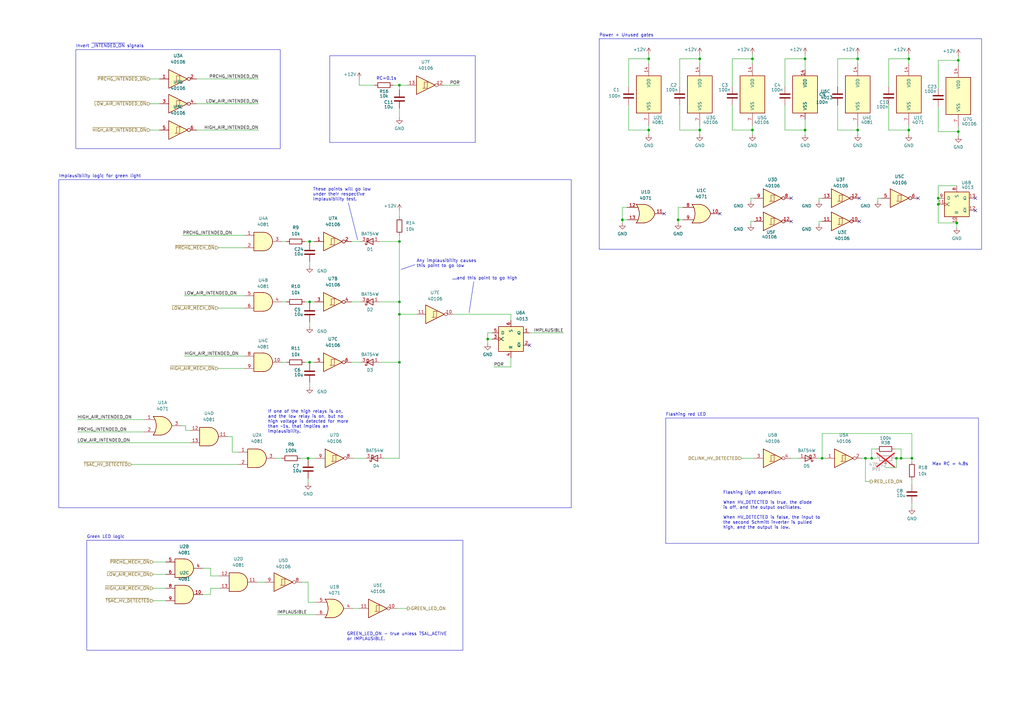
<source format=kicad_sch>
(kicad_sch (version 20230121) (generator eeschema)
  (paper "A3")
  (title_block (title "HV Sense") (date "2023-05-11") (rev "1.1.1") (company "SUFST - Southampton University Formula Student Team") (comment 1 "STAG 9") (comment 3 "Marek Frodyma"))
  (lib_symbols
    (symbol "4xxx:40106" (pin_names (offset 1.016))
      (property "Reference" "U" (at 0 1.27 0))
      (property "Value" "40106" (at 0 -1.27 0))
      (symbol "40106_1_0"
        (pin input line (at -7.62 0 0) (length 3.81) (name "~") (number "1"))
        (pin output inverted (at 7.62 0 180) (length 3.81) (name "~") (number "2"))
      )
      (symbol "40106_2_0"
        (pin input line (at -7.62 0 0) (length 3.81) (name "~") (number "3"))
        (pin output inverted (at 7.62 0 180) (length 3.81) (name "~") (number "4"))
      )
      (symbol "40106_3_0"
        (pin input line (at -7.62 0 0) (length 3.81) (name "~") (number "5"))
        (pin output inverted (at 7.62 0 180) (length 3.81) (name "~") (number "6"))
      )
      (symbol "40106_4_0"
        (pin output inverted (at 7.62 0 180) (length 3.81) (name "~") (number "8"))
        (pin input line (at -7.62 0 0) (length 3.81) (name "~") (number "9"))
      )
      (symbol "40106_5_0"
        (pin output inverted (at 7.62 0 180) (length 3.81) (name "~") (number "10"))
        (pin input line (at -7.62 0 0) (length 3.81) (name "~") (number "11"))
      )
      (symbol "40106_6_0"
        (pin output inverted (at 7.62 0 180) (length 3.81) (name "~") (number "12"))
        (pin input line (at -7.62 0 0) (length 3.81) (name "~") (number "13"))
      )
      (symbol "40106_7_0"
        (pin power_in line (at 0 12.7 270) (length 5.08) (name "VDD") (number "14"))
        (pin power_in line (at 0 -12.7 90) (length 5.08) (name "VSS") (number "7"))
      )
    )
    (symbol "4xxx:4013" (pin_names (offset 1.016))
      (property "Reference" "U" (at -7.62 8.89 0))
      (property "Value" "4013" (at -7.62 -8.89 0))
      (symbol "4013_1_1"
        (pin output line (at 7.62 2.54 180) (length 2.54) (name "Q") (number "1"))
        (pin output line (at 7.62 -2.54 180) (length 2.54) (name "~{Q}") (number "2"))
        (pin input clock (at -7.62 0 0) (length 2.54) (name "C") (number "3"))
        (pin input line (at 0 -7.62 90) (length 2.54) (name "R") (number "4"))
        (pin input line (at -7.62 2.54 0) (length 2.54) (name "D") (number "5"))
        (pin input line (at 0 7.62 270) (length 2.54) (name "S") (number "6"))
      )
      (symbol "4013_2_1"
        (pin input line (at 0 -7.62 90) (length 2.54) (name "R") (number "10"))
        (pin input clock (at -7.62 0 0) (length 2.54) (name "C") (number "11"))
        (pin output line (at 7.62 -2.54 180) (length 2.54) (name "~{Q}") (number "12"))
        (pin output line (at 7.62 2.54 180) (length 2.54) (name "Q") (number "13"))
        (pin input line (at 0 7.62 270) (length 2.54) (name "S") (number "8"))
        (pin input line (at -7.62 2.54 0) (length 2.54) (name "D") (number "9"))
      )
      (symbol "4013_3_0"
        (pin power_in line (at 0 10.16 270) (length 2.54) (name "VDD") (number "14"))
        (pin power_in line (at 0 -10.16 90) (length 2.54) (name "VSS") (number "7"))
      )
    )
    (symbol "4xxx:4071" (pin_names (offset 1.016))
      (property "Reference" "U" (at 0 1.27 0))
      (property "Value" "4071" (at 0 -1.27 0))
      (symbol "4071_1_1"
        (pin input line (at -7.62 2.54 0) (length 4.318) (name "~") (number "1"))
        (pin input line (at -7.62 -2.54 0) (length 4.318) (name "~") (number "2"))
        (pin output line (at 7.62 0 180) (length 3.81) (name "~") (number "3"))
      )
      (symbol "4071_1_2"
        (pin input inverted (at -7.62 2.54 0) (length 3.81) (name "~") (number "1"))
        (pin input inverted (at -7.62 -2.54 0) (length 3.81) (name "~") (number "2"))
        (pin output inverted (at 7.62 0 180) (length 3.81) (name "~") (number "3"))
      )
      (symbol "4071_2_1"
        (pin output line (at 7.62 0 180) (length 3.81) (name "~") (number "4"))
        (pin input line (at -7.62 2.54 0) (length 4.318) (name "~") (number "5"))
        (pin input line (at -7.62 -2.54 0) (length 4.318) (name "~") (number "6"))
      )
      (symbol "4071_2_2"
        (pin output inverted (at 7.62 0 180) (length 3.81) (name "~") (number "4"))
        (pin input inverted (at -7.62 2.54 0) (length 3.81) (name "~") (number "5"))
        (pin input inverted (at -7.62 -2.54 0) (length 3.81) (name "~") (number "6"))
      )
      (symbol "4071_3_1"
        (pin output line (at 7.62 0 180) (length 3.81) (name "~") (number "10"))
        (pin input line (at -7.62 2.54 0) (length 4.318) (name "~") (number "8"))
        (pin input line (at -7.62 -2.54 0) (length 4.318) (name "~") (number "9"))
      )
      (symbol "4071_3_2"
        (pin output inverted (at 7.62 0 180) (length 3.81) (name "~") (number "10"))
        (pin input inverted (at -7.62 2.54 0) (length 3.81) (name "~") (number "8"))
        (pin input inverted (at -7.62 -2.54 0) (length 3.81) (name "~") (number "9"))
      )
      (symbol "4071_4_1"
        (pin output line (at 7.62 0 180) (length 3.81) (name "~") (number "11"))
        (pin input line (at -7.62 2.54 0) (length 4.318) (name "~") (number "12"))
        (pin input line (at -7.62 -2.54 0) (length 4.318) (name "~") (number "13"))
      )
      (symbol "4071_4_2"
        (pin output inverted (at 7.62 0 180) (length 3.81) (name "~") (number "11"))
        (pin input inverted (at -7.62 2.54 0) (length 3.81) (name "~") (number "12"))
        (pin input inverted (at -7.62 -2.54 0) (length 3.81) (name "~") (number "13"))
      )
      (symbol "4071_5_0"
        (pin power_in line (at 0 12.7 270) (length 5.08) (name "VDD") (number "14"))
        (pin power_in line (at 0 -12.7 90) (length 5.08) (name "VSS") (number "7"))
      )
    )
    (symbol "4xxx:4081" (pin_names (offset 1.016))
      (property "Reference" "U" (at 0 1.27 0))
      (property "Value" "4081" (at 0 -1.27 0))
      (symbol "4081_1_1"
        (pin input line (at -7.62 2.54 0) (length 3.81) (name "~") (number "1"))
        (pin input line (at -7.62 -2.54 0) (length 3.81) (name "~") (number "2"))
        (pin output line (at 7.62 0 180) (length 3.81) (name "~") (number "3"))
      )
      (symbol "4081_1_2"
        (pin input inverted (at -7.62 2.54 0) (length 4.318) (name "~") (number "1"))
        (pin input inverted (at -7.62 -2.54 0) (length 4.318) (name "~") (number "2"))
        (pin output inverted (at 7.62 0 180) (length 3.81) (name "~") (number "3"))
      )
      (symbol "4081_2_1"
        (pin output line (at 7.62 0 180) (length 3.81) (name "~") (number "4"))
        (pin input line (at -7.62 2.54 0) (length 3.81) (name "~") (number "5"))
        (pin input line (at -7.62 -2.54 0) (length 3.81) (name "~") (number "6"))
      )
      (symbol "4081_2_2"
        (pin output inverted (at 7.62 0 180) (length 3.81) (name "~") (number "4"))
        (pin input inverted (at -7.62 2.54 0) (length 4.318) (name "~") (number "5"))
        (pin input inverted (at -7.62 -2.54 0) (length 4.318) (name "~") (number "6"))
      )
      (symbol "4081_3_1"
        (pin output line (at 7.62 0 180) (length 3.81) (name "~") (number "10"))
        (pin input line (at -7.62 2.54 0) (length 3.81) (name "~") (number "8"))
        (pin input line (at -7.62 -2.54 0) (length 3.81) (name "~") (number "9"))
      )
      (symbol "4081_3_2"
        (pin output inverted (at 7.62 0 180) (length 3.81) (name "~") (number "10"))
        (pin input inverted (at -7.62 2.54 0) (length 4.318) (name "~") (number "8"))
        (pin input inverted (at -7.62 -2.54 0) (length 4.318) (name "~") (number "9"))
      )
      (symbol "4081_4_1"
        (pin output line (at 7.62 0 180) (length 3.81) (name "~") (number "11"))
        (pin input line (at -7.62 2.54 0) (length 3.81) (name "~") (number "12"))
        (pin input line (at -7.62 -2.54 0) (length 3.81) (name "~") (number "13"))
      )
      (symbol "4081_4_2"
        (pin output inverted (at 7.62 0 180) (length 3.81) (name "~") (number "11"))
        (pin input inverted (at -7.62 2.54 0) (length 4.318) (name "~") (number "12"))
        (pin input inverted (at -7.62 -2.54 0) (length 4.318) (name "~") (number "13"))
      )
      (symbol "4081_5_0"
        (pin power_in line (at 0 12.7 270) (length 5.08) (name "VDD") (number "14"))
        (pin power_in line (at 0 -12.7 90) (length 5.08) (name "VSS") (number "7"))
      )
    )
    (symbol "Device:C" (pin_numbers hide) (pin_names (offset 0.254))
      (property "Reference" "C" (at 0.635 2.54 0))
      (property "Value" "C" (at 0.635 -2.54 0))
      (symbol "C_1_1"
        (pin passive line (at 0 3.81 270) (length 2.794) (name "~") (number "1"))
        (pin passive line (at 0 -3.81 90) (length 2.794) (name "~") (number "2"))
      )
    )
    (symbol "Device:R" (pin_numbers hide) (pin_names (offset 0))
      (property "Reference" "R" (at 2.032 0 90))
      (property "Value" "R" (at 0 0 90))
      (symbol "R_1_1"
        (pin passive line (at 0 3.81 270) (length 1.27) (name "~") (number "1"))
        (pin passive line (at 0 -3.81 90) (length 1.27) (name "~") (number "2"))
      )
    )
    (symbol "Device:R_Potentiometer" (pin_names (offset 1.016) hide)
      (property "Reference" "RV" (at -4.445 0 90))
      (property "Value" "R_Potentiometer" (at -2.54 0 90))
      (symbol "R_Potentiometer_1_1"
        (pin passive line (at 0 3.81 270) (length 1.27) (name "1") (number "1"))
        (pin passive line (at 3.81 0 180) (length 1.27) (name "2") (number "2"))
        (pin passive line (at 0 -3.81 90) (length 1.27) (name "3") (number "3"))
      )
    )
    (symbol "Diode:BAT54W" (pin_names (offset 1.016) hide)
      (property "Reference" "D" (at 0 2.54 0))
      (property "Value" "BAT54W" (at 0 -2.54 0))
      (symbol "BAT54W_1_1"
        (pin passive line (at 3.81 0 180) (length 2.54) (name "A") (number "1"))
        (pin no_connect line (at 0 0 90) (length 2.54) hide (name "NC") (number "2"))
        (pin passive line (at -3.81 0 0) (length 2.54) (name "K") (number "3"))
      )
    )
    (symbol "power:+12V" (power) (pin_names (offset 0))
      (property "Value" "+12V" (at 0 3.556 0))
      (symbol "+12V_1_1"
        (pin power_in line (at 0 0 90) (length 0) hide (name "+12V") (number "1"))
      )
    )
    (symbol "power:GND" (power) (pin_names (offset 0))
      (property "Value" "GND" (at 0 -3.81 0))
      (symbol "GND_1_1"
        (pin power_in line (at 0 0 270) (length 0) hide (name "GND") (number "1"))
      )
    )
  )
  (junction (at 200.025 139.065))
  (junction (at 163.83 128.905))
  (junction (at 308.61 24.13))
  (junction (at 127 123.825))
  (junction (at 393.065 53.975))
  (junction (at 372.745 24.13))
  (junction (at 357.505 187.96))
  (junction (at 163.83 99.06))
  (junction (at 287.02 24.13))
  (junction (at 337.185 187.96))
  (junction (at 330.2 53.34))
  (junction (at 367.665 187.96))
  (junction (at 163.83 148.59))
  (junction (at 163.83 123.825))
  (junction (at 163.83 34.925))
  (junction (at 372.745 53.34))
  (junction (at 266.065 53.34))
  (junction (at 369.57 187.96))
  (junction (at 287.02 53.34))
  (junction (at 384.81 83.82))
  (junction (at 255.27 90.17))
  (junction (at 330.2 24.13))
  (junction (at 384.81 81.28))
  (junction (at 126.365 187.96))
  (junction (at 127 99.06))
  (junction (at 351.79 24.13))
  (junction (at 393.065 24.765))
  (junction (at 308.61 53.34))
  (junction (at 354.965 187.96))
  (junction (at 127 148.59))
  (junction (at 392.43 91.44))
  (junction (at 351.79 53.34))
  (junction (at 278.13 90.17))
  (junction (at 266.065 24.13))
  (junction (at 374.015 187.96))
  (no_connect (at 217.17 141.605))
  (no_connect (at 324.485 81.28))
  (no_connect (at 400.05 86.36))
  (no_connect (at 295.275 87.63))
  (no_connect (at 352.425 81.28))
  (no_connect (at 272.415 87.63))
  (no_connect (at 352.425 90.805))
  (no_connect (at 324.485 90.805))
  (no_connect (at 376.555 81.28))
  (no_connect (at 400.05 81.28))
  (wire (pts (xy 125.095 99.06) (xy 127 99.06)))
  (wire (pts (xy 393.065 53.975) (xy 393.065 52.07)))
  (wire (pts (xy 126.365 247.015) (xy 126.365 238.76)))
  (wire (pts (xy 384.81 76.2) (xy 384.81 81.28)))
  (wire (pts (xy 93.345 179.07) (xy 95.25 179.07)))
  (wire (pts (xy 200.025 136.525) (xy 201.93 136.525)))
  (wire (pts (xy 127 123.825) (xy 128.905 123.825)))
  (wire (pts (xy 364.49 53.34) (xy 372.745 53.34)))
  (wire (pts (xy 364.49 35.56) (xy 364.49 24.13)))
  (wire (pts (xy 62.865 230.505) (xy 67.945 230.505)))
  (wire (pts (xy 353.695 187.96) (xy 354.965 187.96)))
  (wire (pts (xy 31.75 177.165) (xy 59.055 177.165)))
  (wire (pts (xy 364.49 43.18) (xy 364.49 53.34)))
  (wire (pts (xy 393.065 24.765) (xy 393.065 26.67)))
  (wire (pts (xy 335.28 187.96) (xy 337.185 187.96)))
  (wire (pts (xy 126.365 187.96) (xy 129.54 187.96)))
  (wire (pts (xy 308.61 22.225) (xy 308.61 24.13)))
  (wire (pts (xy 330.2 53.34) (xy 330.2 55.245)))
  (wire (pts (xy 367.03 187.96) (xy 367.665 187.96)))
  (wire (pts (xy 367.665 187.96) (xy 369.57 187.96)))
  (wire (pts (xy 307.975 90.805) (xy 309.245 90.805)))
  (wire (pts (xy 144.78 187.96) (xy 149.86 187.96)))
  (wire (pts (xy 372.745 22.225) (xy 372.745 24.13)))
  (wire (pts (xy 95.25 179.07) (xy 95.25 185.42)))
  (polyline (pts (xy 192.405 128.27) (xy 194.31 115.57)))
  (wire (pts (xy 364.49 24.13) (xy 372.745 24.13)))
  (wire (pts (xy 62.865 235.585) (xy 67.945 235.585)))
  (wire (pts (xy 300.355 24.13) (xy 308.61 24.13)))
  (wire (pts (xy 384.81 36.195) (xy 384.81 24.765)))
  (wire (pts (xy 257.81 43.18) (xy 257.81 53.34)))
  (wire (pts (xy 337.185 177.8) (xy 337.185 187.96)))
  (wire (pts (xy 354.965 197.485) (xy 356.87 197.485)))
  (wire (pts (xy 127 132.08) (xy 127 133.985)))
  (wire (pts (xy 351.79 53.34) (xy 351.79 51.435)))
  (wire (pts (xy 374.015 187.96) (xy 374.015 177.8)))
  (wire (pts (xy 374.015 177.8) (xy 337.185 177.8)))
  (wire (pts (xy 61.595 53.34) (xy 65.405 53.34)))
  (wire (pts (xy 86.36 233.045) (xy 86.36 236.22)))
  (wire (pts (xy 374.015 187.96) (xy 374.015 189.23)))
  (wire (pts (xy 209.55 150.495) (xy 202.565 150.495)))
  (wire (pts (xy 337.185 187.96) (xy 338.455 187.96)))
  (wire (pts (xy 127 148.59) (xy 127 149.225)))
  (wire (pts (xy 163.83 96.52) (xy 163.83 99.06)))
  (wire (pts (xy 351.79 53.34) (xy 351.79 55.245)))
  (wire (pts (xy 287.02 22.225) (xy 287.02 24.13)))
  (wire (pts (xy 209.55 146.685) (xy 209.55 150.495)))
  (wire (pts (xy 53.975 190.5) (xy 97.79 190.5)))
  (wire (pts (xy 367.03 184.15) (xy 369.57 184.15)))
  (wire (pts (xy 307.975 82.55) (xy 307.975 81.28)))
  (wire (pts (xy 147.32 32.385) (xy 147.32 34.925)))
  (wire (pts (xy 354.965 187.96) (xy 357.505 187.96)))
  (wire (pts (xy 200.025 139.065) (xy 200.025 136.525)))
  (wire (pts (xy 89.535 101.6) (xy 100.33 101.6)))
  (wire (pts (xy 95.25 185.42) (xy 97.79 185.42)))
  (wire (pts (xy 300.355 43.18) (xy 300.355 53.34)))
  (wire (pts (xy 209.55 131.445) (xy 209.55 128.905)))
  (wire (pts (xy 62.865 241.3) (xy 67.945 241.3)))
  (wire (pts (xy 89.535 126.365) (xy 100.33 126.365)))
  (wire (pts (xy 127 107.315) (xy 127 109.22)))
  (wire (pts (xy 129.54 247.015) (xy 126.365 247.015)))
  (wire (pts (xy 393.065 22.86) (xy 393.065 24.765)))
  (wire (pts (xy 335.915 82.55) (xy 335.915 81.28)))
  (wire (pts (xy 31.75 172.085) (xy 59.055 172.085)))
  (wire (pts (xy 278.765 43.18) (xy 278.765 53.34)))
  (wire (pts (xy 351.79 22.225) (xy 351.79 24.13)))
  (wire (pts (xy 163.83 86.36) (xy 163.83 88.9)))
  (wire (pts (xy 266.065 24.13) (xy 266.065 26.035)))
  (wire (pts (xy 257.81 24.13) (xy 266.065 24.13)))
  (wire (pts (xy 384.81 53.975) (xy 393.065 53.975)))
  (wire (pts (xy 287.02 24.13) (xy 287.02 26.035)))
  (wire (pts (xy 61.595 32.385) (xy 65.405 32.385)))
  (wire (pts (xy 335.915 81.28) (xy 337.185 81.28)))
  (wire (pts (xy 278.765 53.34) (xy 287.02 53.34)))
  (wire (pts (xy 123.19 187.96) (xy 126.365 187.96)))
  (wire (pts (xy 351.79 24.13) (xy 351.79 26.035)))
  (wire (pts (xy 372.745 53.34) (xy 372.745 55.245)))
  (wire (pts (xy 105.41 238.76) (xy 108.585 238.76)))
  (wire (pts (xy 86.36 241.3) (xy 90.17 241.3)))
  (wire (pts (xy 384.81 24.765) (xy 393.065 24.765)))
  (wire (pts (xy 343.535 24.13) (xy 351.79 24.13)))
  (wire (pts (xy 357.505 184.15) (xy 357.505 187.96)))
  (wire (pts (xy 354.965 187.96) (xy 354.965 197.485)))
  (wire (pts (xy 76.2 176.53) (xy 76.2 174.625)))
  (wire (pts (xy 163.83 44.45) (xy 163.83 48.26)))
  (wire (pts (xy 127 123.825) (xy 127 124.46)))
  (wire (pts (xy 125.095 123.825) (xy 127 123.825)))
  (wire (pts (xy 76.2 174.625) (xy 74.295 174.625)))
  (wire (pts (xy 144.145 99.06) (xy 147.955 99.06)))
  (wire (pts (xy 266.065 53.34) (xy 266.065 51.435)))
  (wire (pts (xy 330.2 24.13) (xy 330.2 28.575)))
  (wire (pts (xy 300.355 35.56) (xy 300.355 24.13)))
  (wire (pts (xy 308.61 24.13) (xy 308.61 26.035)))
  (wire (pts (xy 266.065 22.225) (xy 266.065 24.13)))
  (wire (pts (xy 74.93 96.52) (xy 100.33 96.52)))
  (wire (pts (xy 115.57 123.825) (xy 117.475 123.825)))
  (wire (pts (xy 80.645 32.385) (xy 106.045 32.385)))
  (wire (pts (xy 343.535 53.34) (xy 351.79 53.34)))
  (wire (pts (xy 157.48 187.96) (xy 163.83 187.96)))
  (wire (pts (xy 170.815 128.905) (xy 163.83 128.905)))
  (wire (pts (xy 384.81 91.44) (xy 392.43 91.44)))
  (wire (pts (xy 182.245 34.925) (xy 188.595 34.925)))
  (polyline (pts (xy 164.465 110.49) (xy 170.18 108.585)))
  (wire (pts (xy 83.185 243.84) (xy 86.36 243.84)))
  (wire (pts (xy 321.945 53.34) (xy 330.2 53.34)))
  (wire (pts (xy 86.36 236.22) (xy 90.17 236.22)))
  (wire (pts (xy 144.78 249.555) (xy 147.32 249.555)))
  (wire (pts (xy 278.765 35.56) (xy 278.765 24.13)))
  (wire (pts (xy 127 99.06) (xy 127 99.695)))
  (wire (pts (xy 113.03 187.96) (xy 115.57 187.96)))
  (wire (pts (xy 115.57 99.06) (xy 117.475 99.06)))
  (wire (pts (xy 163.83 123.825) (xy 163.83 128.905)))
  (wire (pts (xy 75.565 121.285) (xy 100.33 121.285)))
  (wire (pts (xy 155.575 99.06) (xy 163.83 99.06)))
  (wire (pts (xy 257.175 85.09) (xy 255.27 85.09)))
  (wire (pts (xy 372.745 24.13) (xy 372.745 26.035)))
  (wire (pts (xy 163.83 34.925) (xy 163.83 36.83)))
  (wire (pts (xy 392.43 76.2) (xy 384.81 76.2)))
  (wire (pts (xy 343.535 35.56) (xy 343.535 24.13)))
  (wire (pts (xy 360.045 82.55) (xy 360.045 81.28)))
  (wire (pts (xy 278.13 90.17) (xy 280.035 90.17)))
  (wire (pts (xy 266.065 53.34) (xy 266.065 55.245)))
  (wire (pts (xy 392.43 91.44) (xy 392.43 93.345)))
  (polyline (pts (xy 142.875 83.185) (xy 146.685 98.425)))
  (wire (pts (xy 31.75 181.61) (xy 78.105 181.61)))
  (wire (pts (xy 287.02 53.34) (xy 287.02 55.245)))
  (wire (pts (xy 255.27 91.44) (xy 255.27 90.17)))
  (wire (pts (xy 278.765 24.13) (xy 287.02 24.13)))
  (wire (pts (xy 335.915 92.075) (xy 335.915 90.805)))
  (wire (pts (xy 62.865 246.38) (xy 67.945 246.38)))
  (wire (pts (xy 61.595 42.545) (xy 65.405 42.545)))
  (wire (pts (xy 359.41 184.15) (xy 357.505 184.15)))
  (wire (pts (xy 162.56 249.555) (xy 167.005 249.555)))
  (wire (pts (xy 324.485 187.96) (xy 327.66 187.96)))
  (wire (pts (xy 89.535 151.13) (xy 100.33 151.13)))
  (wire (pts (xy 113.665 252.095) (xy 129.54 252.095)))
  (wire (pts (xy 163.83 128.905) (xy 163.83 148.59)))
  (wire (pts (xy 257.81 35.56) (xy 257.81 24.13)))
  (wire (pts (xy 384.81 43.815) (xy 384.81 53.975)))
  (wire (pts (xy 278.13 91.44) (xy 278.13 90.17)))
  (wire (pts (xy 308.61 53.34) (xy 308.61 55.245)))
  (wire (pts (xy 161.29 34.925) (xy 163.83 34.925)))
  (wire (pts (xy 335.915 90.805) (xy 337.185 90.805)))
  (wire (pts (xy 200.025 139.065) (xy 201.93 139.065)))
  (wire (pts (xy 307.975 81.28) (xy 309.245 81.28)))
  (wire (pts (xy 307.975 92.075) (xy 307.975 90.805)))
  (wire (pts (xy 255.27 90.17) (xy 257.175 90.17)))
  (wire (pts (xy 372.745 53.34) (xy 372.745 51.435)))
  (wire (pts (xy 86.36 243.84) (xy 86.36 241.3)))
  (wire (pts (xy 369.57 184.15) (xy 369.57 187.96)))
  (wire (pts (xy 384.81 81.28) (xy 384.81 83.82)))
  (wire (pts (xy 393.065 53.975) (xy 393.065 55.88)))
  (wire (pts (xy 186.055 128.905) (xy 209.55 128.905)))
  (wire (pts (xy 321.945 24.13) (xy 330.2 24.13)))
  (wire (pts (xy 217.17 136.525) (xy 231.14 136.525)))
  (wire (pts (xy 357.505 187.96) (xy 359.41 187.96)))
  (wire (pts (xy 384.81 83.82) (xy 384.81 91.44)))
  (wire (pts (xy 127 156.845) (xy 127 158.75)))
  (wire (pts (xy 280.035 85.09) (xy 278.13 85.09)))
  (wire (pts (xy 125.095 148.59) (xy 127 148.59)))
  (wire (pts (xy 155.575 123.825) (xy 163.83 123.825)))
  (wire (pts (xy 367.665 191.77) (xy 367.665 187.96)))
  (wire (pts (xy 80.645 53.34) (xy 106.045 53.34)))
  (wire (pts (xy 321.945 35.56) (xy 321.945 24.13)))
  (wire (pts (xy 126.365 187.96) (xy 126.365 188.595)))
  (wire (pts (xy 257.81 53.34) (xy 266.065 53.34)))
  (wire (pts (xy 374.015 196.85) (xy 374.015 198.755)))
  (wire (pts (xy 300.355 53.34) (xy 308.61 53.34)))
  (wire (pts (xy 75.565 146.05) (xy 100.33 146.05)))
  (wire (pts (xy 80.645 42.545) (xy 106.045 42.545)))
  (wire (pts (xy 163.83 34.925) (xy 167.005 34.925)))
  (wire (pts (xy 369.57 187.96) (xy 374.015 187.96)))
  (wire (pts (xy 330.2 48.895) (xy 330.2 53.34)))
  (wire (pts (xy 278.13 85.09) (xy 278.13 90.17)))
  (wire (pts (xy 163.83 99.06) (xy 163.83 123.825)))
  (wire (pts (xy 144.145 123.825) (xy 147.955 123.825)))
  (wire (pts (xy 287.02 53.34) (xy 287.02 51.435)))
  (wire (pts (xy 360.045 81.28) (xy 361.315 81.28)))
  (wire (pts (xy 255.27 85.09) (xy 255.27 90.17)))
  (wire (pts (xy 363.22 191.77) (xy 367.665 191.77)))
  (wire (pts (xy 200.025 140.97) (xy 200.025 139.065)))
  (wire (pts (xy 304.165 187.96) (xy 309.245 187.96)))
  (wire (pts (xy 163.83 187.96) (xy 163.83 148.59)))
  (wire (pts (xy 127 99.06) (xy 128.905 99.06)))
  (wire (pts (xy 144.145 148.59) (xy 147.955 148.59)))
  (wire (pts (xy 374.015 206.375) (xy 374.015 208.28)))
  (wire (pts (xy 115.57 148.59) (xy 117.475 148.59)))
  (wire (pts (xy 83.185 233.045) (xy 86.36 233.045)))
  (wire (pts (xy 343.535 43.18) (xy 343.535 53.34)))
  (wire (pts (xy 330.2 22.225) (xy 330.2 24.13)))
  (wire (pts (xy 127 148.59) (xy 128.905 148.59)))
  (wire (pts (xy 308.61 53.34) (xy 308.61 51.435)))
  (wire (pts (xy 123.825 238.76) (xy 126.365 238.76)))
  (wire (pts (xy 321.945 43.18) (xy 321.945 53.34)))
  (wire (pts (xy 147.32 34.925) (xy 153.67 34.925)))
  (wire (pts (xy 126.365 196.215) (xy 126.365 198.12)))
  (wire (pts (xy 155.575 148.59) (xy 163.83 148.59)))
  (wire (pts (xy 78.105 176.53) (xy 76.2 176.53)))
  (rectangle (start 31.115 20.32) (end 114.935 60.96))
  (rectangle (start 135.255 22.86) (end 194.945 58.42))
  (rectangle (start 245.745 15.875) (end 402.59 102.235))
  (rectangle (start 273.05 171.45) (end 401.32 222.885))
  (rectangle (start 24.13 73.66) (end 234.315 208.28))
  (rectangle (start 35.56 221.615) (end 189.865 266.7))
  (text "These points will go low\nunder their respective\nimplausibility test." (at 128.27 82.55 0) (effects (font (size 1.27 1.27)) (justify left bottom)))
  (text "...and this point to go high" (at 185.42 114.935 0) (effects (font (size 1.27 1.27)) (justify left bottom)))
  (text "Power + Unused gates" (at 245.745 15.24 0) (effects (font (size 1.27 1.27)) (justify left bottom)))
  (text "Flashing red LED" (at 273.05 170.815 0) (effects (font (size 1.27 1.27)) (justify left bottom)))
  (text "Any implausibility causes\nthis point to go low" (at 170.815 109.855 0) (effects (font (size 1.27 1.27)) (justify left bottom)))
  (text "RC=0.1s" (at 154.305 33.02 0) (effects (font (size 1.27 1.27)) (justify left bottom)))
  (text "Invert ~{_INTENDED_ON} signals" (at 31.115 19.685 0) (effects (font (size 1.27 1.27)) (justify left bottom)))
  (text "Green LED logic" (at 35.56 220.98 0) (effects (font (size 1.27 1.27)) (justify left bottom)))
  (text "Max RC = 4.8s" (at 382.27 191.135 0) (effects (font (size 1.27 1.27)) (justify left bottom)))
  (text "Flashing light operation:\n\nWhen HV_DETECTED is true, the diode \nis off, and the output oscillates.\n\nWhen HV_DETECTED is false, the input to\nthe second Schmitt inverter is pulled\nhigh, and the output is low." (at 296.545 217.17 0) (effects (font (size 1.27 1.27)) (justify left bottom)))
  (text "If one of the high relays is on,\nand the low relay is on, but no\nhigh voltage is detected for more\nthan ~1s, that implies an \nimplausibility." (at 109.855 177.8 0) (effects (font (size 1.27 1.27)) (justify left bottom)))
  (text "GREEN_LED_ON - true unless TSAL_ACTIVE\nor IMPLAUSIBLE." (at 142.24 262.89 0) (effects (font (size 1.27 1.27)) (justify left bottom)))
  (text "Implausibility logic for green light" (at 24.13 73.025 0) (effects (font (size 1.27 1.27)) (justify left bottom)))
  (label "PRCHG_INTENDED_ON" (at 74.93 96.52 0))
  (label "HIGH_AIR_INTENDED_ON" (at 31.75 172.085 0))
  (label "PRCHG_INTENDED_ON" (at 31.75 177.165 0))
  (label "IMPLAUSIBLE" (at 113.665 252.095 0))
  (label "LOW_AIR_INTENDED_ON" (at 106.045 42.545 180))
  (label "IMPLAUSIBLE" (at 231.14 136.525 180))
  (label "PRCHG_INTENDED_ON" (at 106.045 32.385 180))
  (label "LOW_AIR_INTENDED_ON" (at 31.75 181.61 0))
  (label "POR" (at 188.595 34.925 180))
  (label "HIGH_AIR_INTENDED_ON" (at 106.045 53.34 180))
  (label "HIGH_AIR_INTENDED_ON" (at 75.565 146.05 0))
  (label "POR" (at 202.565 150.495 0))
  (label "LOW_AIR_INTENDED_ON" (at 75.565 121.285 0))
  (hierarchical_label "GREEN_LED_ON" (shape output) (at 167.005 249.555 0))
  (hierarchical_label "~{LOW_AIR_MECH_ON}" (shape input) (at 62.865 235.585 180))
  (hierarchical_label "~{TSAC_HV_DETECTED}" (shape input) (at 62.865 246.38 180))
  (hierarchical_label "~{LOW_AIR_MECH_ON}" (shape input) (at 89.535 126.365 180))
  (hierarchical_label "~{PRCHG_INTENDED_ON}" (shape input) (at 61.595 32.385 180))
  (hierarchical_label "DCLINK_HV_DETECTED" (shape input) (at 304.165 187.96 180))
  (hierarchical_label "~{PRCHG_MECH_ON}" (shape input) (at 89.535 101.6 180))
  (hierarchical_label "~{HIGH_AIR_MECH_ON}" (shape input) (at 89.535 151.13 180))
  (hierarchical_label "~{HIGH_AIR_MECH_ON}" (shape input) (at 62.865 241.3 180))
  (hierarchical_label "~{LOW_AIR_INTENDED_ON}" (shape input) (at 61.595 42.545 180))
  (hierarchical_label "~{PRCHG_MECH_ON}" (shape input) (at 62.865 230.505 180))
  (hierarchical_label "~{TSAC_HV_DETECTED}" (shape input) (at 53.975 190.5 180))
  (hierarchical_label "RED_LED_ON" (shape output) (at 356.87 197.485 0))
  (hierarchical_label "~{HIGH_AIR_INTENDED_ON}" (shape input) (at 61.595 53.34 180))
  (symbol (lib_id "power:GND") (at 266.065 55.245 0) (unit 1)
    (property "Reference" "#PWR011" (effects hide))
    (property "Value" "GND" (at 266.065 59.69 0))
  )
  (symbol (lib_id "power:GND") (at 127 133.985 0) (unit 1)
    (property "Reference" "#PWR020" (effects hide))
    (property "Value" "GND" (at 132.08 135.89 0))
  )
  (symbol (lib_id "Device:R") (at 121.285 99.06 90) (unit 1)
    (property "Reference" "R9" (at 121.285 93.345 90))
    (property "Value" "10k" (at 121.285 95.885 90))
    (property "Footprint" "Resistor_SMD:R_0805_2012Metric_Pad1.20x1.40mm_HandSolder" (effects hide))
  )
  (symbol (lib_id "Device:R") (at 121.285 148.59 90) (unit 1)
    (property "Reference" "R11" (at 121.285 142.875 90))
    (property "Value" "10k" (at 121.285 145.415 90))
    (property "Footprint" "Resistor_SMD:R_0805_2012Metric_Pad1.20x1.40mm_HandSolder" (effects hide))
  )
  (symbol (lib_id "power:GND") (at 127 158.75 0) (unit 1)
    (property "Reference" "#PWR021" (effects hide))
    (property "Value" "GND" (at 132.08 160.655 0))
  )
  (symbol (lib_id "Device:C") (at 127 103.505 0) (unit 1)
    (property "Reference" "C24" (at 120.65 102.235 0) (effects (justify left)))
    (property "Value" "10u" (at 120.65 104.14 0) (effects (justify left)))
    (property "Footprint" "Capacitor_SMD:C_0805_2012Metric_Pad1.18x1.45mm_HandSolder" (effects hide))
  )
  (symbol (lib_id "4xxx:4081") (at 107.95 99.06 0) (unit 1)
    (property "Reference" "U4" (at 107.95 89.535 0))
    (property "Value" "4081" (at 107.95 92.075 0))
    (property "Footprint" "Package_SO:SOIC-14_3.9x8.7mm_P1.27mm" (effects hide))
    (property "Datasheet" "http://www.intersil.com/content/dam/Intersil/documents/cd40/cd4073bms-81bms-82bms.pdf" (effects hide))
    (property "Order Code" "595-CD4081BM96G4" (effects hide))
  )
  (symbol (lib_id "power:GND") (at 127 109.22 0) (unit 1)
    (property "Reference" "#PWR019" (effects hide))
    (property "Value" "GND" (at 132.08 111.125 0))
  )
  (symbol (lib_id "power:GND") (at 255.27 91.44 0) (unit 1)
    (property "Reference" "#PWR08" (effects hide))
    (property "Value" "GND" (at 255.27 95.885 0))
  )
  (symbol (lib_id "Device:R_Potentiometer") (at 363.22 187.96 90) (mirror x) (unit 1) (in_bom no) (dnp yes)
    (property "Reference" "RV1" (at 359.41 192.405 90))
    (property "Value" "470k" (at 358.775 190.5 90))
    (property "Footprint" "Potentiometer_THT:Potentiometer_Bourns_3296W_Vertical" (effects hide))
  )
  (symbol (lib_id "power:+12V") (at 330.2 22.225 0) (unit 1)
    (property "Reference" "#PWR016" (effects hide))
    (property "Value" "+12V" (at 326.39 20.32 0))
  )
  (symbol (lib_id "4xxx:4081") (at 97.79 238.76 0) (unit 4)
    (property "Reference" "U2" (at 97.79 229.235 0))
    (property "Value" "4081" (at 97.79 231.775 0))
    (property "Footprint" "Package_SO:SOIC-14_3.9x8.7mm_P1.27mm" (effects hide))
    (property "Datasheet" "http://www.intersil.com/content/dam/Intersil/documents/cd40/cd4073bms-81bms-82bms.pdf" (effects hide))
    (property "Order Code" "595-CD4081BM96G4" (effects hide))
  )
  (symbol (lib_id "4xxx:40106") (at 154.94 249.555 0) (unit 5)
    (property "Reference" "U5" (at 154.94 240.03 0))
    (property "Value" "40106" (at 154.94 242.57 0))
    (property "Footprint" "Package_SO:SOIC-14_3.9x8.7mm_P1.27mm" (effects hide))
    (property "Datasheet" "https://assets.nexperia.com/documents/data-sheet/HEF40106B.pdf" (effects hide))
    (property "Order Code" "771-HEF40106BTD-T" (effects hide))
  )
  (symbol (lib_id "4xxx:4071") (at 287.655 87.63 0) (unit 3)
    (property "Reference" "U1" (at 287.655 78.105 0))
    (property "Value" "4071" (at 287.655 80.645 0))
    (property "Footprint" "Package_SO:SOIC-14_3.9x8.7mm_P1.27mm" (effects hide))
    (property "Datasheet" "http://www.intersil.com/content/dam/Intersil/documents/cd40/cd4071bms-72bms-75bms.pdf" (effects hide))
    (property "Order Code" "595-CD4071BM96" (effects hide))
  )
  (symbol (lib_id "power:GND") (at 307.975 82.55 0) (mirror y) (unit 1)
    (property "Reference" "#PWR09" (effects hide))
    (property "Value" "GND" (at 302.895 84.455 0))
  )
  (symbol (lib_id "power:GND") (at 392.43 93.345 0) (unit 1)
    (property "Reference" "#PWR022" (effects hide))
    (property "Value" "GND" (at 392.43 97.79 0))
  )
  (symbol (lib_id "4xxx:40106") (at 136.525 99.06 0) (unit 1)
    (property "Reference" "U7" (at 136.525 89.535 0))
    (property "Value" "40106" (at 136.525 92.075 0))
    (property "Footprint" "Package_SO:SOIC-14_3.9x8.7mm_P1.27mm" (effects hide))
    (property "Datasheet" "https://assets.nexperia.com/documents/data-sheet/HEF40106B.pdf" (effects hide))
    (property "Order Code" "771-HEF40106BTD-T" (effects hide))
  )
  (symbol (lib_id "power:+12V") (at 287.02 22.225 0) (unit 1)
    (property "Reference" "#PWR012" (effects hide))
    (property "Value" "+12V" (at 283.21 20.32 0))
  )
  (symbol (lib_id "4xxx:40106") (at 287.02 38.735 0) (unit 7)
    (property "Reference" "U3" (at 289.56 48.26 0) (effects (justify left)))
    (property "Value" "40106" (at 288.29 50.165 0) (effects (justify left)))
    (property "Footprint" "Package_SO:SOIC-14_3.9x8.7mm_P1.27mm" (effects hide))
    (property "Datasheet" "https://assets.nexperia.com/documents/data-sheet/HEF40106B.pdf" (effects hide))
    (property "Order Code" "771-HEF40106BTD-T" (effects hide))
  )
  (symbol (lib_id "4xxx:4081") (at 107.95 123.825 0) (unit 2)
    (property "Reference" "U4" (at 107.95 114.935 0))
    (property "Value" "4081" (at 107.95 117.475 0))
    (property "Footprint" "Package_SO:SOIC-14_3.9x8.7mm_P1.27mm" (effects hide))
    (property "Datasheet" "http://www.intersil.com/content/dam/Intersil/documents/cd40/cd4073bms-81bms-82bms.pdf" (effects hide))
    (property "Order Code" "595-CD4081BM96G4" (effects hide))
  )
  (symbol (lib_id "Device:C") (at 163.83 40.64 0) (unit 1)
    (property "Reference" "C11" (at 157.48 41.91 0) (effects (justify left)))
    (property "Value" "10u" (at 157.48 43.815 0) (effects (justify left)))
    (property "Footprint" "Capacitor_SMD:C_0805_2012Metric_Pad1.18x1.45mm_HandSolder" (effects hide))
  )
  (symbol (lib_id "Device:C") (at 384.81 40.005 0) (unit 1)
    (property "Reference" "C23" (at 380.365 35.56 0) (effects (justify left)))
    (property "Value" "100n" (at 379.095 37.465 0) (effects (justify left)))
    (property "Footprint" "Capacitor_SMD:C_0805_2012Metric_Pad1.18x1.45mm_HandSolder" (effects hide))
  )
  (symbol (lib_id "4xxx:4013") (at 330.2 38.735 0) (unit 3)
    (property "Reference" "U6" (at 336.55 37.4649 0) (effects (justify left)))
    (property "Value" "4013" (at 336.55 40.0049 0) (effects (justify left)))
    (property "Footprint" "Package_SO:SOIC-14_3.9x8.7mm_P1.27mm" (effects hide))
    (property "Datasheet" "http://www.onsemi.com/pub/Collateral/MC14013B-D.PDF" (effects hide))
    (property "Order Code" "863-MC14013BDR2G" (effects hide))
  )
  (symbol (lib_id "Device:C") (at 343.535 39.37 0) (unit 1)
    (property "Reference" "C9" (at 335.915 38.735 0) (effects (justify left)))
    (property "Value" "100n" (at 334.645 41.91 0) (effects (justify left)))
    (property "Footprint" "Capacitor_SMD:C_0805_2012Metric_Pad1.18x1.45mm_HandSolder" (effects hide))
  )
  (symbol (lib_id "4xxx:40106") (at 316.865 90.805 0) (unit 6)
    (property "Reference" "U5" (at 316.23 95.25 0))
    (property "Value" "40106" (at 315.595 97.155 0))
    (property "Footprint" "Package_SO:SOIC-14_3.9x8.7mm_P1.27mm" (effects hide))
    (property "Datasheet" "https://assets.nexperia.com/documents/data-sheet/HEF40106B.pdf" (effects hide))
    (property "Order Code" "771-HEF40106BTD-T" (effects hide))
  )
  (symbol (lib_id "4xxx:4081") (at 75.565 243.84 0) (unit 3)
    (property "Reference" "U2" (at 75.565 234.95 0))
    (property "Value" "4081" (at 75.565 237.49 0))
    (property "Footprint" "Package_SO:SOIC-14_3.9x8.7mm_P1.27mm" (effects hide))
    (property "Datasheet" "http://www.intersil.com/content/dam/Intersil/documents/cd40/cd4073bms-81bms-82bms.pdf" (effects hide))
    (property "Order Code" "595-CD4081BM96G4" (effects hide))
  )
  (symbol (lib_id "power:GND") (at 278.13 91.44 0) (unit 1)
    (property "Reference" "#PWR052" (effects hide))
    (property "Value" "GND" (at 278.13 95.885 0))
  )
  (symbol (lib_id "power:GND") (at 287.02 55.245 0) (unit 1)
    (property "Reference" "#PWR013" (effects hide))
    (property "Value" "GND" (at 287.02 59.69 0))
  )
  (symbol (lib_id "4xxx:4081") (at 75.565 233.045 0) (unit 2)
    (property "Reference" "U2" (at 75.565 224.155 0))
    (property "Value" "4081" (at 75.565 226.695 0))
    (property "Footprint" "Package_SO:SOIC-14_3.9x8.7mm_P1.27mm" (effects hide))
    (property "Datasheet" "http://www.intersil.com/content/dam/Intersil/documents/cd40/cd4073bms-81bms-82bms.pdf" (effects hide))
    (property "Order Code" "595-CD4081BM96G4" (effects hide))
  )
  (symbol (lib_id "Device:C") (at 300.355 39.37 0) (unit 1)
    (property "Reference" "C3" (at 295.91 34.925 0) (effects (justify left)))
    (property "Value" "100n" (at 294.64 36.83 0) (effects (justify left)))
    (property "Footprint" "Capacitor_SMD:C_0805_2012Metric_Pad1.18x1.45mm_HandSolder" (effects hide))
  )
  (symbol (lib_id "Device:C") (at 126.365 192.405 0) (unit 1)
    (property "Reference" "C7" (at 120.015 191.135 0) (effects (justify left)))
    (property "Value" "10u" (at 120.015 193.04 0) (effects (justify left)))
    (property "Footprint" "Capacitor_SMD:C_0805_2012Metric_Pad1.18x1.45mm_HandSolder" (effects hide))
  )
  (symbol (lib_id "4xxx:40106") (at 116.205 238.76 0) (unit 4)
    (property "Reference" "U5" (at 116.205 229.87 0))
    (property "Value" "40106" (at 116.205 232.41 0))
    (property "Footprint" "Package_SO:SOIC-14_3.9x8.7mm_P1.27mm" (effects hide))
    (property "Datasheet" "https://assets.nexperia.com/documents/data-sheet/HEF40106B.pdf" (effects hide))
    (property "Order Code" "771-HEF40106BTD-T" (effects hide))
  )
  (symbol (lib_id "Device:C") (at 127 128.27 0) (unit 1)
    (property "Reference" "C5" (at 120.65 127 0) (effects (justify left)))
    (property "Value" "10u" (at 120.65 128.905 0) (effects (justify left)))
    (property "Footprint" "Capacitor_SMD:C_0805_2012Metric_Pad1.18x1.45mm_HandSolder" (effects hide))
  )
  (symbol (lib_id "4xxx:40106") (at 73.025 42.545 0) (unit 2)
    (property "Reference" "U3" (at 73.025 33.655 0))
    (property "Value" "40106" (at 73.025 36.195 0))
    (property "Footprint" "Package_SO:SOIC-14_3.9x8.7mm_P1.27mm" (effects hide))
    (property "Datasheet" "https://assets.nexperia.com/documents/data-sheet/HEF40106B.pdf" (effects hide))
    (property "Order Code" "771-HEF40106BTD-T" (effects hide))
  )
  (symbol (lib_id "power:GND") (at 308.61 55.245 0) (unit 1)
    (property "Reference" "#PWR015" (effects hide))
    (property "Value" "GND" (at 308.61 59.69 0))
  )
  (symbol (lib_id "4xxx:40106") (at 393.065 39.37 0) (unit 7)
    (property "Reference" "U7" (at 396.875 48.895 0))
    (property "Value" "40106" (at 397.51 50.8 0))
    (property "Footprint" "Package_SO:SOIC-14_3.9x8.7mm_P1.27mm" (effects hide))
    (property "Datasheet" "https://assets.nexperia.com/documents/data-sheet/HEF40106B.pdf" (effects hide))
    (property "Order Code" "771-HEF40106BTD-T" (effects hide))
  )
  (symbol (lib_id "power:GND") (at 330.2 55.245 0) (unit 1)
    (property "Reference" "#PWR017" (effects hide))
    (property "Value" "GND" (at 330.2 59.69 0))
  )
  (symbol (lib_id "Diode:BAT54W") (at 151.765 99.06 0) (mirror x) (unit 1)
    (property "Reference" "D1" (at 151.765 102.235 0))
    (property "Value" "BAT54W" (at 151.765 95.885 0))
    (property "Footprint" "Package_TO_SOT_SMD:SOT-323_SC-70" (effects hide))
    (property "Datasheet" "https://assets.nexperia.com/documents/data-sheet/BAT54W_SER.pdf" (effects hide))
    (property "Order Code" "771-BAT54W-T/R" (effects hide))
  )
  (symbol (lib_id "power:GND") (at 393.065 55.88 0) (unit 1)
    (property "Reference" "#PWR047" (effects hide))
    (property "Value" "GND" (at 393.065 60.325 0))
  )
  (symbol (lib_id "Device:R") (at 121.285 123.825 90) (unit 1)
    (property "Reference" "R10" (at 121.285 117.475 90))
    (property "Value" "10k" (at 121.285 120.015 90))
    (property "Footprint" "Resistor_SMD:R_0805_2012Metric_Pad1.20x1.40mm_HandSolder" (effects hide))
  )
  (symbol (lib_id "4xxx:4071") (at 137.16 249.555 0) (unit 2)
    (property "Reference" "U1" (at 137.16 240.665 0))
    (property "Value" "4071" (at 137.16 243.205 0))
    (property "Footprint" "Package_SO:SOIC-14_3.9x8.7mm_P1.27mm" (effects hide))
    (property "Datasheet" "http://www.intersil.com/content/dam/Intersil/documents/cd40/cd4071bms-72bms-75bms.pdf" (effects hide))
    (property "Order Code" "595-CD4071BM96" (effects hide))
  )
  (symbol (lib_id "Device:C") (at 374.015 202.565 0) (unit 1)
    (property "Reference" "C8" (at 367.665 201.295 0) (effects (justify left)))
    (property "Value" "10u" (at 367.665 203.2 0) (effects (justify left)))
    (property "Footprint" "Capacitor_SMD:C_0805_2012Metric_Pad1.18x1.45mm_HandSolder" (effects hide))
  )
  (symbol (lib_id "4xxx:40106") (at 174.625 34.925 0) (unit 6)
    (property "Reference" "U7" (at 174.625 25.4 0))
    (property "Value" "40106" (at 174.625 27.94 0))
    (property "Footprint" "Package_SO:SOIC-14_3.9x8.7mm_P1.27mm" (effects hide))
    (property "Datasheet" "https://assets.nexperia.com/documents/data-sheet/HEF40106B.pdf" (effects hide))
    (property "Order Code" "771-HEF40106BTD-T" (effects hide))
  )
  (symbol (lib_id "power:GND") (at 335.915 82.55 0) (mirror y) (unit 1)
    (property "Reference" "#PWR049" (effects hide))
    (property "Value" "GND" (at 330.835 84.455 0))
  )
  (symbol (lib_id "power:GND") (at 200.025 140.97 0) (unit 1)
    (property "Reference" "#PWR029" (effects hide))
    (property "Value" "GND" (at 200.025 145.415 0))
  )
  (symbol (lib_id "power:+12V") (at 147.32 32.385 0) (unit 1)
    (property "Reference" "#PWR030" (effects hide))
    (property "Value" "+12V" (at 143.51 30.48 0))
  )
  (symbol (lib_id "4xxx:40106") (at 368.935 81.28 0) (unit 3)
    (property "Reference" "U5" (at 368.935 72.39 0))
    (property "Value" "40106" (at 368.935 74.93 0))
    (property "Footprint" "Package_SO:SOIC-14_3.9x8.7mm_P1.27mm" (effects hide))
    (property "Datasheet" "https://assets.nexperia.com/documents/data-sheet/HEF40106B.pdf" (effects hide))
    (property "Order Code" "771-HEF40106BTD-T" (effects hide))
  )
  (symbol (lib_id "4xxx:40106") (at 73.025 53.34 0) (unit 3)
    (property "Reference" "U3" (at 73.025 43.815 0))
    (property "Value" "40106" (at 73.025 46.355 0))
    (property "Footprint" "Package_SO:SOIC-14_3.9x8.7mm_P1.27mm" (effects hide))
    (property "Datasheet" "https://assets.nexperia.com/documents/data-sheet/HEF40106B.pdf" (effects hide))
    (property "Order Code" "771-HEF40106BTD-T" (effects hide))
  )
  (symbol (lib_id "4xxx:4081") (at 85.725 179.07 0) (unit 4)
    (property "Reference" "U4" (at 85.725 169.545 0))
    (property "Value" "4081" (at 85.725 172.085 0))
    (property "Footprint" "Package_SO:SOIC-14_3.9x8.7mm_P1.27mm" (effects hide))
    (property "Datasheet" "http://www.intersil.com/content/dam/Intersil/documents/cd40/cd4073bms-81bms-82bms.pdf" (effects hide))
    (property "Order Code" "595-CD4081BM96G4" (effects hide))
  )
  (symbol (lib_id "Device:R") (at 363.22 184.15 270) (mirror x) (unit 1)
    (property "Reference" "R38" (at 363.22 181.61 90))
    (property "Value" "100k" (at 363.22 179.705 90))
    (property "Footprint" "Resistor_SMD:R_0805_2012Metric_Pad1.20x1.40mm_HandSolder" (effects hide))
  )
  (symbol (lib_id "Device:C") (at 321.945 39.37 0) (unit 1)
    (property "Reference" "C4" (at 317.5 34.925 0) (effects (justify left)))
    (property "Value" "100n" (at 316.23 36.83 0) (effects (justify left)))
    (property "Footprint" "Capacitor_SMD:C_0805_2012Metric_Pad1.18x1.45mm_HandSolder" (effects hide))
  )
  (symbol (lib_id "Device:R") (at 374.015 193.04 180) (unit 1)
    (property "Reference" "R18" (at 376.555 191.7699 0) (effects (justify right)))
    (property "Value" "10k" (at 376.555 194.3099 0) (effects (justify right)))
    (property "Footprint" "Resistor_SMD:R_0805_2012Metric_Pad1.20x1.40mm_HandSolder" (effects hide))
  )
  (symbol (lib_id "4xxx:4071") (at 66.675 174.625 0) (unit 1)
    (property "Reference" "U1" (at 66.675 165.1 0))
    (property "Value" "4071" (at 66.675 167.64 0))
    (property "Footprint" "Package_SO:SOIC-14_3.9x8.7mm_P1.27mm" (effects hide))
    (property "Datasheet" "http://www.intersil.com/content/dam/Intersil/documents/cd40/cd4071bms-72bms-75bms.pdf" (effects hide))
    (property "Order Code" "595-CD4071BM96" (effects hide))
  )
  (symbol (lib_id "4xxx:40106") (at 73.025 32.385 0) (unit 1)
    (property "Reference" "U3" (at 73.025 22.86 0))
    (property "Value" "40106" (at 73.025 25.4 0))
    (property "Footprint" "Package_SO:SOIC-14_3.9x8.7mm_P1.27mm" (effects hide))
    (property "Datasheet" "https://assets.nexperia.com/documents/data-sheet/HEF40106B.pdf" (effects hide))
    (property "Order Code" "771-HEF40106BTD-T" (effects hide))
  )
  (symbol (lib_id "power:GND") (at 374.015 208.28 0) (unit 1)
    (property "Reference" "#PWR032" (effects hide))
    (property "Value" "GND" (at 374.015 212.725 0))
  )
  (symbol (lib_id "Diode:BAT54W") (at 331.47 187.96 180) (unit 1)
    (property "Reference" "D5" (at 330.835 191.135 0))
    (property "Value" "BAT54W" (at 330.835 184.785 0))
    (property "Footprint" "Package_TO_SOT_SMD:SOT-323_SC-70" (effects hide))
    (property "Datasheet" "https://assets.nexperia.com/documents/data-sheet/BAT54W_SER.pdf" (effects hide))
    (property "Order Code" "771-BAT54W-T/R" (effects hide))
  )
  (symbol (lib_id "Device:C") (at 278.765 39.37 0) (unit 1)
    (property "Reference" "C2" (at 274.955 34.925 0) (effects (justify left)))
    (property "Value" "100n" (at 273.05 36.83 0) (effects (justify left)))
    (property "Footprint" "Capacitor_SMD:C_0805_2012Metric_Pad1.18x1.45mm_HandSolder" (effects hide))
  )
  (symbol (lib_id "4xxx:4081") (at 105.41 187.96 0) (unit 1)
    (property "Reference" "U2" (at 105.41 178.435 0))
    (property "Value" "4081" (at 105.41 180.975 0))
    (property "Footprint" "Package_SO:SOIC-14_3.9x8.7mm_P1.27mm" (effects hide))
    (property "Datasheet" "http://www.intersil.com/content/dam/Intersil/documents/cd40/cd4073bms-81bms-82bms.pdf" (effects hide))
    (property "Order Code" "595-CD4081BM96G4" (effects hide))
  )
  (symbol (lib_id "power:+12V") (at 393.065 22.86 0) (unit 1)
    (property "Reference" "#PWR046" (effects hide))
    (property "Value" "+12V" (at 389.255 20.955 0))
  )
  (symbol (lib_id "Device:C") (at 364.49 39.37 0) (unit 1)
    (property "Reference" "C10" (at 360.68 41.91 0) (effects (justify left)))
    (property "Value" "100n" (at 359.41 43.815 0) (effects (justify left)))
    (property "Footprint" "Capacitor_SMD:C_0805_2012Metric_Pad1.18x1.45mm_HandSolder" (effects hide))
  )
  (symbol (lib_id "power:+12V") (at 266.065 22.225 0) (unit 1)
    (property "Reference" "#PWR010" (effects hide))
    (property "Value" "+12V" (at 262.255 20.32 0))
  )
  (symbol (lib_id "Device:C") (at 127 153.035 0) (unit 1)
    (property "Reference" "C6" (at 120.65 151.765 0) (effects (justify left)))
    (property "Value" "10u" (at 120.65 153.67 0) (effects (justify left)))
    (property "Footprint" "Capacitor_SMD:C_0805_2012Metric_Pad1.18x1.45mm_HandSolder" (effects hide))
  )
  (symbol (lib_id "4xxx:40106") (at 316.865 81.28 0) (unit 4)
    (property "Reference" "U3" (at 316.865 73.66 0))
    (property "Value" "40106" (at 316.865 76.2 0))
    (property "Footprint" "Package_SO:SOIC-14_3.9x8.7mm_P1.27mm" (effects hide))
    (property "Datasheet" "https://assets.nexperia.com/documents/data-sheet/HEF40106B.pdf" (effects hide))
    (property "Order Code" "771-HEF40106BTD-T" (effects hide))
  )
  (symbol (lib_id "4xxx:4071") (at 264.795 87.63 0) (unit 4)
    (property "Reference" "U1" (at 264.795 78.74 0))
    (property "Value" "4071" (at 264.795 81.28 0))
    (property "Footprint" "Package_SO:SOIC-14_3.9x8.7mm_P1.27mm" (effects hide))
    (property "Datasheet" "http://www.intersil.com/content/dam/Intersil/documents/cd40/cd4071bms-72bms-75bms.pdf" (effects hide))
    (property "Order Code" "595-CD4071BM96" (effects hide))
  )
  (symbol (lib_id "Diode:BAT54W") (at 151.765 148.59 0) (mirror x) (unit 1)
    (property "Reference" "D3" (at 151.765 151.765 0))
    (property "Value" "BAT54W" (at 151.765 145.415 0))
    (property "Footprint" "Package_TO_SOT_SMD:SOT-323_SC-70" (effects hide))
    (property "Datasheet" "https://assets.nexperia.com/documents/data-sheet/BAT54W_SER.pdf" (effects hide))
    (property "Order Code" "771-BAT54W-T/R" (effects hide))
  )
  (symbol (lib_id "power:GND") (at 163.83 48.26 0) (unit 1)
    (property "Reference" "#PWR031" (effects hide))
    (property "Value" "GND" (at 163.83 52.705 0))
  )
  (symbol (lib_id "4xxx:4071") (at 372.745 38.735 0) (unit 5)
    (property "Reference" "U1" (at 374.65 48.26 0) (effects (justify left)))
    (property "Value" "4071" (at 374.015 50.165 0) (effects (justify left)))
    (property "Footprint" "Package_SO:SOIC-14_3.9x8.7mm_P1.27mm" (effects hide))
    (property "Datasheet" "http://www.intersil.com/content/dam/Intersil/documents/cd40/cd4071bms-72bms-75bms.pdf" (effects hide))
    (property "Order Code" "595-CD4071BM96" (effects hide))
  )
  (symbol (lib_id "power:+12V") (at 163.83 86.36 0) (unit 1)
    (property "Reference" "#PWR028" (effects hide))
    (property "Value" "+12V" (at 160.02 84.455 0))
  )
  (symbol (lib_id "power:GND") (at 360.045 82.55 0) (mirror y) (unit 1)
    (property "Reference" "#PWR051" (effects hide))
    (property "Value" "GND" (at 354.965 84.455 0))
  )
  (symbol (lib_id "4xxx:40106") (at 346.075 187.96 0) (unit 1)
    (property "Reference" "U5" (at 346.075 178.435 0))
    (property "Value" "40106" (at 346.075 180.975 0))
    (property "Footprint" "Package_SO:SOIC-14_3.9x8.7mm_P1.27mm" (effects hide))
    (property "Datasheet" "https://assets.nexperia.com/documents/data-sheet/HEF40106B.pdf" (effects hide))
    (property "Order Code" "771-HEF40106BTD-T" (effects hide))
  )
  (symbol (lib_id "4xxx:40106") (at 308.61 38.735 0) (unit 7)
    (property "Reference" "U5" (at 310.515 48.26 0) (effects (justify left)))
    (property "Value" "40106" (at 309.245 50.165 0) (effects (justify left)))
    (property "Footprint" "Package_SO:SOIC-14_3.9x8.7mm_P1.27mm" (effects hide))
    (property "Datasheet" "https://assets.nexperia.com/documents/data-sheet/HEF40106B.pdf" (effects hide))
    (property "Order Code" "771-HEF40106BTD-T" (effects hide))
  )
  (symbol (lib_id "4xxx:4081") (at 266.065 38.735 0) (unit 5)
    (property "Reference" "U2" (at 267.97 48.26 0) (effects (justify left)))
    (property "Value" "4081" (at 267.335 50.165 0) (effects (justify left)))
    (property "Footprint" "Package_SO:SOIC-14_3.9x8.7mm_P1.27mm" (effects hide))
    (property "Datasheet" "http://www.intersil.com/content/dam/Intersil/documents/cd40/cd4073bms-81bms-82bms.pdf" (effects hide))
    (property "Order Code" "595-CD4081BM96G4" (effects hide))
  )
  (symbol (lib_id "Device:C") (at 257.81 39.37 0) (unit 1)
    (property "Reference" "C1" (at 251.46 36.83 0) (effects (justify left)))
    (property "Value" "100n" (at 249.555 39.37 0) (effects (justify left)))
    (property "Footprint" "Capacitor_SMD:C_0805_2012Metric_Pad1.18x1.45mm_HandSolder" (effects hide))
  )
  (symbol (lib_id "4xxx:4081") (at 351.79 38.735 0) (unit 5)
    (property "Reference" "U4" (at 353.695 48.26 0) (effects (justify left)))
    (property "Value" "4081" (at 353.06 50.165 0) (effects (justify left)))
    (property "Footprint" "Package_SO:SOIC-14_3.9x8.7mm_P1.27mm" (effects hide))
    (property "Datasheet" "http://www.intersil.com/content/dam/Intersil/documents/cd40/cd4073bms-81bms-82bms.pdf" (effects hide))
    (property "Order Code" "595-CD4081BM96G4" (effects hide))
  )
  (symbol (lib_id "power:+12V") (at 351.79 22.225 0) (unit 1)
    (property "Reference" "#PWR023" (effects hide))
    (property "Value" "+12V" (at 347.98 20.32 0))
  )
  (symbol (lib_id "4xxx:40106") (at 316.865 187.96 0) (unit 2)
    (property "Reference" "U5" (at 316.865 178.435 0))
    (property "Value" "40106" (at 316.865 180.975 0))
    (property "Footprint" "Package_SO:SOIC-14_3.9x8.7mm_P1.27mm" (effects hide))
    (property "Datasheet" "https://assets.nexperia.com/documents/data-sheet/HEF40106B.pdf" (effects hide))
    (property "Order Code" "771-HEF40106BTD-T" (effects hide))
  )
  (symbol (lib_id "4xxx:4081") (at 107.95 148.59 0) (unit 3)
    (property "Reference" "U4" (at 107.95 139.7 0))
    (property "Value" "4081" (at 107.95 142.24 0))
    (property "Footprint" "Package_SO:SOIC-14_3.9x8.7mm_P1.27mm" (effects hide))
    (property "Datasheet" "http://www.intersil.com/content/dam/Intersil/documents/cd40/cd4073bms-81bms-82bms.pdf" (effects hide))
    (property "Order Code" "595-CD4081BM96G4" (effects hide))
  )
  (symbol (lib_id "4xxx:40106") (at 136.525 123.825 0) (unit 2)
    (property "Reference" "U7" (at 136.525 114.3 0))
    (property "Value" "40106" (at 136.525 116.84 0))
    (property "Footprint" "Package_SO:SOIC-14_3.9x8.7mm_P1.27mm" (effects hide))
    (property "Datasheet" "https://assets.nexperia.com/documents/data-sheet/HEF40106B.pdf" (effects hide))
    (property "Order Code" "771-HEF40106BTD-T" (effects hide))
  )
  (symbol (lib_id "power:+12V") (at 372.745 22.225 0) (unit 1)
    (property "Reference" "#PWR025" (effects hide))
    (property "Value" "+12V" (at 368.935 20.32 0))
  )
  (symbol (lib_id "power:GND") (at 335.915 92.075 0) (mirror y) (unit 1)
    (property "Reference" "#PWR050" (effects hide))
    (property "Value" "GND" (at 330.835 93.98 0))
  )
  (symbol (lib_id "4xxx:40106") (at 137.16 187.96 0) (unit 4)
    (property "Reference" "U7" (at 137.16 178.435 0))
    (property "Value" "40106" (at 137.16 180.975 0))
    (property "Footprint" "Package_SO:SOIC-14_3.9x8.7mm_P1.27mm" (effects hide))
    (property "Datasheet" "https://assets.nexperia.com/documents/data-sheet/HEF40106B.pdf" (effects hide))
    (property "Order Code" "771-HEF40106BTD-T" (effects hide))
  )
  (symbol (lib_id "power:GND") (at 126.365 198.12 0) (unit 1)
    (property "Reference" "#PWR018" (effects hide))
    (property "Value" "GND" (at 126.365 202.565 0))
  )
  (symbol (lib_id "power:GND") (at 307.975 92.075 0) (mirror y) (unit 1)
    (property "Reference" "#PWR048" (effects hide))
    (property "Value" "GND" (at 302.895 93.98 0))
  )
  (symbol (lib_id "4xxx:4013") (at 392.43 83.82 0) (unit 2)
    (property "Reference" "U6" (at 394.335 74.93 0) (effects (justify left)))
    (property "Value" "4013" (at 394.335 76.835 0) (effects (justify left)))
    (property "Footprint" "Package_SO:SOIC-14_3.9x8.7mm_P1.27mm" (effects hide))
    (property "Datasheet" "http://www.onsemi.com/pub/Collateral/MC14013B-D.PDF" (effects hide))
    (property "Order Code" "863-MC14013BDR2G" (effects hide))
  )
  (symbol (lib_id "Diode:BAT54W") (at 153.67 187.96 0) (mirror x) (unit 1)
    (property "Reference" "D4" (at 154.305 191.135 0))
    (property "Value" "BAT54W" (at 153.67 184.785 0))
    (property "Footprint" "Package_TO_SOT_SMD:SOT-323_SC-70" (effects hide))
    (property "Datasheet" "https://assets.nexperia.com/documents/data-sheet/BAT54W_SER.pdf" (effects hide))
    (property "Order Code" "771-BAT54W-T/R" (effects hide))
  )
  (symbol (lib_id "Device:R") (at 163.83 92.71 180) (unit 1)
    (property "Reference" "R14" (at 166.37 91.4399 0) (effects (justify right)))
    (property "Value" "10k" (at 166.37 93.9799 0) (effects (justify right)))
    (property "Footprint" "Resistor_SMD:R_0805_2012Metric_Pad1.20x1.40mm_HandSolder" (effects hide))
  )
  (symbol (lib_id "4xxx:40106") (at 178.435 128.905 0) (unit 5)
    (property "Reference" "U7" (at 178.435 120.015 0))
    (property "Value" "40106" (at 178.435 122.555 0))
    (property "Footprint" "Package_SO:SOIC-14_3.9x8.7mm_P1.27mm" (effects hide))
    (property "Datasheet" "https://assets.nexperia.com/documents/data-sheet/HEF40106B.pdf" (effects hide))
    (property "Order Code" "771-HEF40106BTD-T" (effects hide))
  )
  (symbol (lib_id "power:GND") (at 372.745 55.245 0) (unit 1)
    (property "Reference" "#PWR026" (effects hide))
    (property "Value" "GND" (at 372.745 59.69 0))
  )
  (symbol (lib_id "4xxx:40106") (at 344.805 90.805 0) (unit 5)
    (property "Reference" "U3" (at 345.44 95.25 0))
    (property "Value" "40106" (at 345.44 97.79 0))
    (property "Footprint" "Package_SO:SOIC-14_3.9x8.7mm_P1.27mm" (effects hide))
    (property "Datasheet" "https://assets.nexperia.com/documents/data-sheet/HEF40106B.pdf" (effects hide))
    (property "Order Code" "771-HEF40106BTD-T" (effects hide))
  )
  (symbol (lib_id "Device:R") (at 119.38 187.96 90) (unit 1)
    (property "Reference" "R6" (at 119.38 182.245 90))
    (property "Value" "100k" (at 119.38 184.785 90))
    (property "Footprint" "Resistor_SMD:R_0805_2012Metric_Pad1.20x1.40mm_HandSolder" (effects hide))
  )
  (symbol (lib_id "4xxx:4013") (at 209.55 139.065 0) (unit 1)
    (property "Reference" "U6" (at 211.5694 128.27 0) (effects (justify left)))
    (property "Value" "4013" (at 211.5694 130.81 0) (effects (justify left)))
    (property "Footprint" "Package_SO:SOIC-14_3.9x8.7mm_P1.27mm" (effects hide))
    (property "Datasheet" "http://www.onsemi.com/pub/Collateral/MC14013B-D.PDF" (effects hide))
    (property "Order Code" "863-MC14013BDR2G" (effects hide))
  )
  (symbol (lib_id "power:GND") (at 351.79 55.245 0) (unit 1)
    (property "Reference" "#PWR024" (effects hide))
    (property "Value" "GND" (at 351.79 59.69 0))
  )
  (symbol (lib_id "power:+12V") (at 308.61 22.225 0) (unit 1)
    (property "Reference" "#PWR014" (effects hide))
    (property "Value" "+12V" (at 304.8 20.32 0))
  )
  (symbol (lib_id "Diode:BAT54W") (at 151.765 123.825 0) (mirror x) (unit 1)
    (property "Reference" "D2" (at 151.765 127 0))
    (property "Value" "BAT54W" (at 151.765 120.65 0))
    (property "Footprint" "Package_TO_SOT_SMD:SOT-323_SC-70" (effects hide))
    (property "Datasheet" "https://assets.nexperia.com/documents/data-sheet/BAT54W_SER.pdf" (effects hide))
    (property "Order Code" "771-BAT54W-T/R" (effects hide))
  )
  (symbol (lib_id "4xxx:40106") (at 136.525 148.59 0) (unit 3)
    (property "Reference" "U7" (at 136.525 139.065 0))
    (property "Value" "40106" (at 136.525 141.605 0))
    (property "Footprint" "Package_SO:SOIC-14_3.9x8.7mm_P1.27mm" (effects hide))
    (property "Datasheet" "https://assets.nexperia.com/documents/data-sheet/HEF40106B.pdf" (effects hide))
    (property "Order Code" "771-HEF40106BTD-T" (effects hide))
  )
  (symbol (lib_id "Device:R") (at 157.48 34.925 270) (unit 1)
    (property "Reference" "R16" (at 157.48 37.465 90))
    (property "Value" "10k" (at 157.48 39.37 90))
    (property "Footprint" "Resistor_SMD:R_0805_2012Metric_Pad1.20x1.40mm_HandSolder" (effects hide))
  )
  (symbol (lib_id "4xxx:40106") (at 344.805 81.28 0) (unit 6)
    (property "Reference" "U3" (at 344.805 73.66 0))
    (property "Value" "40106" (at 344.805 76.2 0))
    (property "Footprint" "Package_SO:SOIC-14_3.9x8.7mm_P1.27mm" (effects hide))
    (property "Datasheet" "https://assets.nexperia.com/documents/data-sheet/HEF40106B.pdf" (effects hide))
    (property "Order Code" "771-HEF40106BTD-T" (effects hide))
  )
)
</source>
